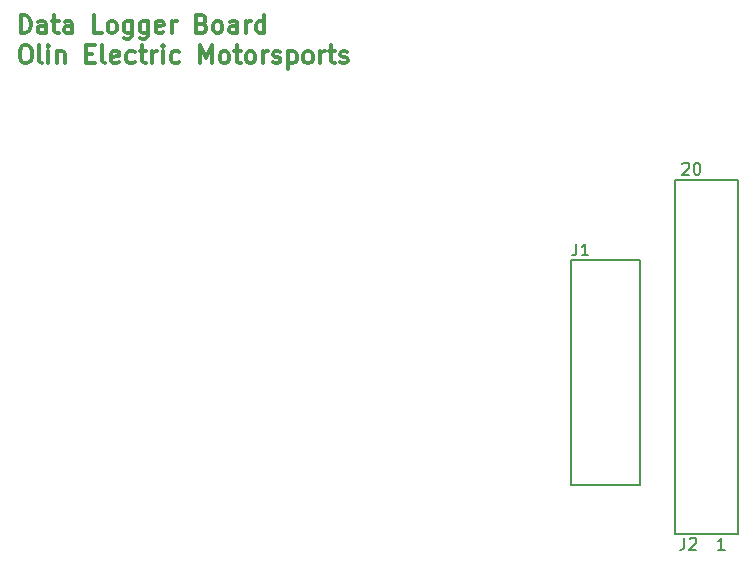
<source format=gbr>
G04 #@! TF.FileFunction,Legend,Top*
%FSLAX46Y46*%
G04 Gerber Fmt 4.6, Leading zero omitted, Abs format (unit mm)*
G04 Created by KiCad (PCBNEW 4.0.7) date 02/20/18 23:47:58*
%MOMM*%
%LPD*%
G01*
G04 APERTURE LIST*
%ADD10C,0.100000*%
%ADD11C,0.300000*%
%ADD12C,0.150000*%
G04 APERTURE END LIST*
D10*
D11*
X104243143Y-83223571D02*
X104243143Y-81723571D01*
X104600286Y-81723571D01*
X104814571Y-81795000D01*
X104957429Y-81937857D01*
X105028857Y-82080714D01*
X105100286Y-82366429D01*
X105100286Y-82580714D01*
X105028857Y-82866429D01*
X104957429Y-83009286D01*
X104814571Y-83152143D01*
X104600286Y-83223571D01*
X104243143Y-83223571D01*
X106386000Y-83223571D02*
X106386000Y-82437857D01*
X106314571Y-82295000D01*
X106171714Y-82223571D01*
X105886000Y-82223571D01*
X105743143Y-82295000D01*
X106386000Y-83152143D02*
X106243143Y-83223571D01*
X105886000Y-83223571D01*
X105743143Y-83152143D01*
X105671714Y-83009286D01*
X105671714Y-82866429D01*
X105743143Y-82723571D01*
X105886000Y-82652143D01*
X106243143Y-82652143D01*
X106386000Y-82580714D01*
X106886000Y-82223571D02*
X107457429Y-82223571D01*
X107100286Y-81723571D02*
X107100286Y-83009286D01*
X107171714Y-83152143D01*
X107314572Y-83223571D01*
X107457429Y-83223571D01*
X108600286Y-83223571D02*
X108600286Y-82437857D01*
X108528857Y-82295000D01*
X108386000Y-82223571D01*
X108100286Y-82223571D01*
X107957429Y-82295000D01*
X108600286Y-83152143D02*
X108457429Y-83223571D01*
X108100286Y-83223571D01*
X107957429Y-83152143D01*
X107886000Y-83009286D01*
X107886000Y-82866429D01*
X107957429Y-82723571D01*
X108100286Y-82652143D01*
X108457429Y-82652143D01*
X108600286Y-82580714D01*
X111171715Y-83223571D02*
X110457429Y-83223571D01*
X110457429Y-81723571D01*
X111886001Y-83223571D02*
X111743143Y-83152143D01*
X111671715Y-83080714D01*
X111600286Y-82937857D01*
X111600286Y-82509286D01*
X111671715Y-82366429D01*
X111743143Y-82295000D01*
X111886001Y-82223571D01*
X112100286Y-82223571D01*
X112243143Y-82295000D01*
X112314572Y-82366429D01*
X112386001Y-82509286D01*
X112386001Y-82937857D01*
X112314572Y-83080714D01*
X112243143Y-83152143D01*
X112100286Y-83223571D01*
X111886001Y-83223571D01*
X113671715Y-82223571D02*
X113671715Y-83437857D01*
X113600286Y-83580714D01*
X113528858Y-83652143D01*
X113386001Y-83723571D01*
X113171715Y-83723571D01*
X113028858Y-83652143D01*
X113671715Y-83152143D02*
X113528858Y-83223571D01*
X113243144Y-83223571D01*
X113100286Y-83152143D01*
X113028858Y-83080714D01*
X112957429Y-82937857D01*
X112957429Y-82509286D01*
X113028858Y-82366429D01*
X113100286Y-82295000D01*
X113243144Y-82223571D01*
X113528858Y-82223571D01*
X113671715Y-82295000D01*
X115028858Y-82223571D02*
X115028858Y-83437857D01*
X114957429Y-83580714D01*
X114886001Y-83652143D01*
X114743144Y-83723571D01*
X114528858Y-83723571D01*
X114386001Y-83652143D01*
X115028858Y-83152143D02*
X114886001Y-83223571D01*
X114600287Y-83223571D01*
X114457429Y-83152143D01*
X114386001Y-83080714D01*
X114314572Y-82937857D01*
X114314572Y-82509286D01*
X114386001Y-82366429D01*
X114457429Y-82295000D01*
X114600287Y-82223571D01*
X114886001Y-82223571D01*
X115028858Y-82295000D01*
X116314572Y-83152143D02*
X116171715Y-83223571D01*
X115886001Y-83223571D01*
X115743144Y-83152143D01*
X115671715Y-83009286D01*
X115671715Y-82437857D01*
X115743144Y-82295000D01*
X115886001Y-82223571D01*
X116171715Y-82223571D01*
X116314572Y-82295000D01*
X116386001Y-82437857D01*
X116386001Y-82580714D01*
X115671715Y-82723571D01*
X117028858Y-83223571D02*
X117028858Y-82223571D01*
X117028858Y-82509286D02*
X117100286Y-82366429D01*
X117171715Y-82295000D01*
X117314572Y-82223571D01*
X117457429Y-82223571D01*
X119600286Y-82437857D02*
X119814572Y-82509286D01*
X119886000Y-82580714D01*
X119957429Y-82723571D01*
X119957429Y-82937857D01*
X119886000Y-83080714D01*
X119814572Y-83152143D01*
X119671714Y-83223571D01*
X119100286Y-83223571D01*
X119100286Y-81723571D01*
X119600286Y-81723571D01*
X119743143Y-81795000D01*
X119814572Y-81866429D01*
X119886000Y-82009286D01*
X119886000Y-82152143D01*
X119814572Y-82295000D01*
X119743143Y-82366429D01*
X119600286Y-82437857D01*
X119100286Y-82437857D01*
X120814572Y-83223571D02*
X120671714Y-83152143D01*
X120600286Y-83080714D01*
X120528857Y-82937857D01*
X120528857Y-82509286D01*
X120600286Y-82366429D01*
X120671714Y-82295000D01*
X120814572Y-82223571D01*
X121028857Y-82223571D01*
X121171714Y-82295000D01*
X121243143Y-82366429D01*
X121314572Y-82509286D01*
X121314572Y-82937857D01*
X121243143Y-83080714D01*
X121171714Y-83152143D01*
X121028857Y-83223571D01*
X120814572Y-83223571D01*
X122600286Y-83223571D02*
X122600286Y-82437857D01*
X122528857Y-82295000D01*
X122386000Y-82223571D01*
X122100286Y-82223571D01*
X121957429Y-82295000D01*
X122600286Y-83152143D02*
X122457429Y-83223571D01*
X122100286Y-83223571D01*
X121957429Y-83152143D01*
X121886000Y-83009286D01*
X121886000Y-82866429D01*
X121957429Y-82723571D01*
X122100286Y-82652143D01*
X122457429Y-82652143D01*
X122600286Y-82580714D01*
X123314572Y-83223571D02*
X123314572Y-82223571D01*
X123314572Y-82509286D02*
X123386000Y-82366429D01*
X123457429Y-82295000D01*
X123600286Y-82223571D01*
X123743143Y-82223571D01*
X124886000Y-83223571D02*
X124886000Y-81723571D01*
X124886000Y-83152143D02*
X124743143Y-83223571D01*
X124457429Y-83223571D01*
X124314571Y-83152143D01*
X124243143Y-83080714D01*
X124171714Y-82937857D01*
X124171714Y-82509286D01*
X124243143Y-82366429D01*
X124314571Y-82295000D01*
X124457429Y-82223571D01*
X124743143Y-82223571D01*
X124886000Y-82295000D01*
X104528857Y-84273571D02*
X104814571Y-84273571D01*
X104957429Y-84345000D01*
X105100286Y-84487857D01*
X105171714Y-84773571D01*
X105171714Y-85273571D01*
X105100286Y-85559286D01*
X104957429Y-85702143D01*
X104814571Y-85773571D01*
X104528857Y-85773571D01*
X104386000Y-85702143D01*
X104243143Y-85559286D01*
X104171714Y-85273571D01*
X104171714Y-84773571D01*
X104243143Y-84487857D01*
X104386000Y-84345000D01*
X104528857Y-84273571D01*
X106028858Y-85773571D02*
X105886000Y-85702143D01*
X105814572Y-85559286D01*
X105814572Y-84273571D01*
X106600286Y-85773571D02*
X106600286Y-84773571D01*
X106600286Y-84273571D02*
X106528857Y-84345000D01*
X106600286Y-84416429D01*
X106671714Y-84345000D01*
X106600286Y-84273571D01*
X106600286Y-84416429D01*
X107314572Y-84773571D02*
X107314572Y-85773571D01*
X107314572Y-84916429D02*
X107386000Y-84845000D01*
X107528858Y-84773571D01*
X107743143Y-84773571D01*
X107886000Y-84845000D01*
X107957429Y-84987857D01*
X107957429Y-85773571D01*
X109814572Y-84987857D02*
X110314572Y-84987857D01*
X110528858Y-85773571D02*
X109814572Y-85773571D01*
X109814572Y-84273571D01*
X110528858Y-84273571D01*
X111386001Y-85773571D02*
X111243143Y-85702143D01*
X111171715Y-85559286D01*
X111171715Y-84273571D01*
X112528857Y-85702143D02*
X112386000Y-85773571D01*
X112100286Y-85773571D01*
X111957429Y-85702143D01*
X111886000Y-85559286D01*
X111886000Y-84987857D01*
X111957429Y-84845000D01*
X112100286Y-84773571D01*
X112386000Y-84773571D01*
X112528857Y-84845000D01*
X112600286Y-84987857D01*
X112600286Y-85130714D01*
X111886000Y-85273571D01*
X113886000Y-85702143D02*
X113743143Y-85773571D01*
X113457429Y-85773571D01*
X113314571Y-85702143D01*
X113243143Y-85630714D01*
X113171714Y-85487857D01*
X113171714Y-85059286D01*
X113243143Y-84916429D01*
X113314571Y-84845000D01*
X113457429Y-84773571D01*
X113743143Y-84773571D01*
X113886000Y-84845000D01*
X114314571Y-84773571D02*
X114886000Y-84773571D01*
X114528857Y-84273571D02*
X114528857Y-85559286D01*
X114600285Y-85702143D01*
X114743143Y-85773571D01*
X114886000Y-85773571D01*
X115386000Y-85773571D02*
X115386000Y-84773571D01*
X115386000Y-85059286D02*
X115457428Y-84916429D01*
X115528857Y-84845000D01*
X115671714Y-84773571D01*
X115814571Y-84773571D01*
X116314571Y-85773571D02*
X116314571Y-84773571D01*
X116314571Y-84273571D02*
X116243142Y-84345000D01*
X116314571Y-84416429D01*
X116385999Y-84345000D01*
X116314571Y-84273571D01*
X116314571Y-84416429D01*
X117671714Y-85702143D02*
X117528857Y-85773571D01*
X117243143Y-85773571D01*
X117100285Y-85702143D01*
X117028857Y-85630714D01*
X116957428Y-85487857D01*
X116957428Y-85059286D01*
X117028857Y-84916429D01*
X117100285Y-84845000D01*
X117243143Y-84773571D01*
X117528857Y-84773571D01*
X117671714Y-84845000D01*
X119457428Y-85773571D02*
X119457428Y-84273571D01*
X119957428Y-85345000D01*
X120457428Y-84273571D01*
X120457428Y-85773571D01*
X121386000Y-85773571D02*
X121243142Y-85702143D01*
X121171714Y-85630714D01*
X121100285Y-85487857D01*
X121100285Y-85059286D01*
X121171714Y-84916429D01*
X121243142Y-84845000D01*
X121386000Y-84773571D01*
X121600285Y-84773571D01*
X121743142Y-84845000D01*
X121814571Y-84916429D01*
X121886000Y-85059286D01*
X121886000Y-85487857D01*
X121814571Y-85630714D01*
X121743142Y-85702143D01*
X121600285Y-85773571D01*
X121386000Y-85773571D01*
X122314571Y-84773571D02*
X122886000Y-84773571D01*
X122528857Y-84273571D02*
X122528857Y-85559286D01*
X122600285Y-85702143D01*
X122743143Y-85773571D01*
X122886000Y-85773571D01*
X123600286Y-85773571D02*
X123457428Y-85702143D01*
X123386000Y-85630714D01*
X123314571Y-85487857D01*
X123314571Y-85059286D01*
X123386000Y-84916429D01*
X123457428Y-84845000D01*
X123600286Y-84773571D01*
X123814571Y-84773571D01*
X123957428Y-84845000D01*
X124028857Y-84916429D01*
X124100286Y-85059286D01*
X124100286Y-85487857D01*
X124028857Y-85630714D01*
X123957428Y-85702143D01*
X123814571Y-85773571D01*
X123600286Y-85773571D01*
X124743143Y-85773571D02*
X124743143Y-84773571D01*
X124743143Y-85059286D02*
X124814571Y-84916429D01*
X124886000Y-84845000D01*
X125028857Y-84773571D01*
X125171714Y-84773571D01*
X125600285Y-85702143D02*
X125743142Y-85773571D01*
X126028857Y-85773571D01*
X126171714Y-85702143D01*
X126243142Y-85559286D01*
X126243142Y-85487857D01*
X126171714Y-85345000D01*
X126028857Y-85273571D01*
X125814571Y-85273571D01*
X125671714Y-85202143D01*
X125600285Y-85059286D01*
X125600285Y-84987857D01*
X125671714Y-84845000D01*
X125814571Y-84773571D01*
X126028857Y-84773571D01*
X126171714Y-84845000D01*
X126886000Y-84773571D02*
X126886000Y-86273571D01*
X126886000Y-84845000D02*
X127028857Y-84773571D01*
X127314571Y-84773571D01*
X127457428Y-84845000D01*
X127528857Y-84916429D01*
X127600286Y-85059286D01*
X127600286Y-85487857D01*
X127528857Y-85630714D01*
X127457428Y-85702143D01*
X127314571Y-85773571D01*
X127028857Y-85773571D01*
X126886000Y-85702143D01*
X128457429Y-85773571D02*
X128314571Y-85702143D01*
X128243143Y-85630714D01*
X128171714Y-85487857D01*
X128171714Y-85059286D01*
X128243143Y-84916429D01*
X128314571Y-84845000D01*
X128457429Y-84773571D01*
X128671714Y-84773571D01*
X128814571Y-84845000D01*
X128886000Y-84916429D01*
X128957429Y-85059286D01*
X128957429Y-85487857D01*
X128886000Y-85630714D01*
X128814571Y-85702143D01*
X128671714Y-85773571D01*
X128457429Y-85773571D01*
X129600286Y-85773571D02*
X129600286Y-84773571D01*
X129600286Y-85059286D02*
X129671714Y-84916429D01*
X129743143Y-84845000D01*
X129886000Y-84773571D01*
X130028857Y-84773571D01*
X130314571Y-84773571D02*
X130886000Y-84773571D01*
X130528857Y-84273571D02*
X130528857Y-85559286D01*
X130600285Y-85702143D01*
X130743143Y-85773571D01*
X130886000Y-85773571D01*
X131314571Y-85702143D02*
X131457428Y-85773571D01*
X131743143Y-85773571D01*
X131886000Y-85702143D01*
X131957428Y-85559286D01*
X131957428Y-85487857D01*
X131886000Y-85345000D01*
X131743143Y-85273571D01*
X131528857Y-85273571D01*
X131386000Y-85202143D01*
X131314571Y-85059286D01*
X131314571Y-84987857D01*
X131386000Y-84845000D01*
X131528857Y-84773571D01*
X131743143Y-84773571D01*
X131886000Y-84845000D01*
D12*
X164956000Y-95630000D02*
X159656000Y-95630000D01*
X164956000Y-125640000D02*
X159656000Y-125640000D01*
X164956000Y-95630000D02*
X164956000Y-125640000D01*
X159656000Y-95630000D02*
X159656000Y-125640000D01*
X150876000Y-102442000D02*
X156678000Y-102458000D01*
X150878000Y-121458000D02*
X150878000Y-102458000D01*
X156678000Y-121458000D02*
X150878000Y-121458000D01*
X156678000Y-102458000D02*
X156678000Y-121458000D01*
X160448667Y-125962381D02*
X160448667Y-126676667D01*
X160401047Y-126819524D01*
X160305809Y-126914762D01*
X160162952Y-126962381D01*
X160067714Y-126962381D01*
X160877238Y-126057619D02*
X160924857Y-126010000D01*
X161020095Y-125962381D01*
X161258191Y-125962381D01*
X161353429Y-126010000D01*
X161401048Y-126057619D01*
X161448667Y-126152857D01*
X161448667Y-126248095D01*
X161401048Y-126390952D01*
X160829619Y-126962381D01*
X161448667Y-126962381D01*
X160274095Y-94307619D02*
X160321714Y-94260000D01*
X160416952Y-94212381D01*
X160655048Y-94212381D01*
X160750286Y-94260000D01*
X160797905Y-94307619D01*
X160845524Y-94402857D01*
X160845524Y-94498095D01*
X160797905Y-94640952D01*
X160226476Y-95212381D01*
X160845524Y-95212381D01*
X161464571Y-94212381D02*
X161559810Y-94212381D01*
X161655048Y-94260000D01*
X161702667Y-94307619D01*
X161750286Y-94402857D01*
X161797905Y-94593333D01*
X161797905Y-94831429D01*
X161750286Y-95021905D01*
X161702667Y-95117143D01*
X161655048Y-95164762D01*
X161559810Y-95212381D01*
X161464571Y-95212381D01*
X161369333Y-95164762D01*
X161321714Y-95117143D01*
X161274095Y-95021905D01*
X161226476Y-94831429D01*
X161226476Y-94593333D01*
X161274095Y-94402857D01*
X161321714Y-94307619D01*
X161369333Y-94260000D01*
X161464571Y-94212381D01*
X163861715Y-126962381D02*
X163290286Y-126962381D01*
X163576000Y-126962381D02*
X163576000Y-125962381D01*
X163480762Y-126105238D01*
X163385524Y-126200476D01*
X163290286Y-126248095D01*
X151304667Y-101052381D02*
X151304667Y-101766667D01*
X151257047Y-101909524D01*
X151161809Y-102004762D01*
X151018952Y-102052381D01*
X150923714Y-102052381D01*
X152304667Y-102052381D02*
X151733238Y-102052381D01*
X152018952Y-102052381D02*
X152018952Y-101052381D01*
X151923714Y-101195238D01*
X151828476Y-101290476D01*
X151733238Y-101338095D01*
M02*

</source>
